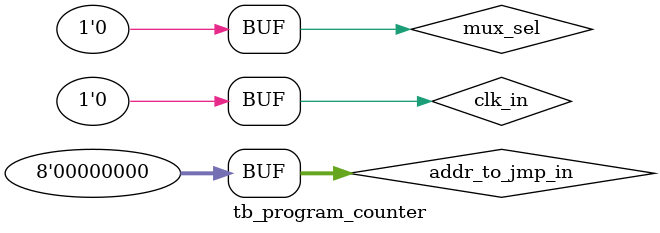
<source format=v>
`timescale 1ns / 1ps


module tb_program_counter;

	// Inputs
	reg mux_sel;
	reg clk_in;
	reg [7:0] addr_to_jmp_in;

	// Outputs
	wire [7:0] PC_out;
	wire [7:0] R15_out;

	// Instantiate the Unit Under Test (UUT)
	program_counter uut (
		.mux_sel(mux_sel), 
		.clk_in(clk_in), 
		.addr_to_jmp_in(addr_to_jmp_in), 
		.PC_out(PC_out), 
		.R15_out(R15_out)
	);

	initial begin
		// Initialize Inputs
		mux_sel = 0;
		clk_in = 0;
		addr_to_jmp_in = 0;

		// Wait 100 ns for global reset to finish
		#100;
        
		// Add stimulus here

	end
      
endmodule


</source>
